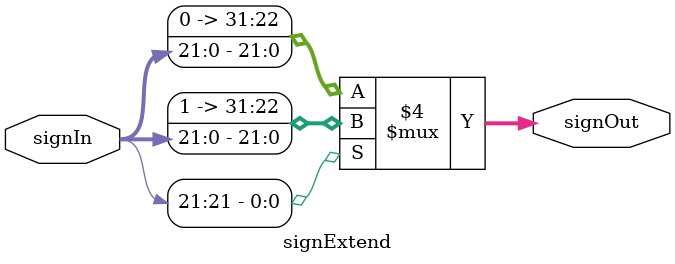
<source format=v>
`timescale 1ns / 1ps

module signExtend(signIn, signOut);
    input [21:0] signIn;
    output reg [31:0] signOut;

    always@(signIn, signOut)
        if (signIn[21] == 1)
            signOut = {10'b1111111111, signIn};
        else 
            signOut = {10'b0000000000, signIn};
endmodule
</source>
